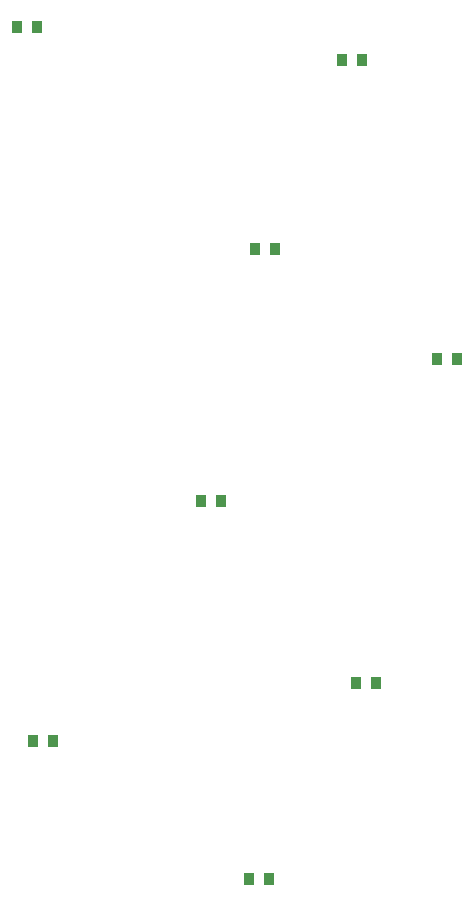
<source format=gtp>
G04 Layer: TopPasteMaskLayer*
G04 EasyEDA v6.4.7, 2020-11-14T12:43:57+01:00*
G04 ca67bbdea9ee427383f7cb57cdafcb35,58a91c2aa3f04fa292fc60144c522205,10*
G04 Gerber Generator version 0.2*
G04 Scale: 100 percent, Rotated: No, Reflected: No *
G04 Dimensions in millimeters *
G04 leading zeros omitted , absolute positions ,3 integer and 3 decimal *
%FSLAX33Y33*%
%MOMM*%
G90*
D02*

%ADD13R,0.899922X0.999998*%

%LPD*%
G54D13*
G01X29515Y18223D03*
G01X31215Y18223D03*
G01X9830Y90359D03*
G01X11530Y90359D03*
G01X30023Y71563D03*
G01X31723Y71563D03*
G01X37389Y87565D03*
G01X39089Y87565D03*
G01X45390Y62292D03*
G01X47090Y62292D03*
G01X38532Y34860D03*
G01X40232Y34860D03*
G01X11227Y29907D03*
G01X12927Y29907D03*
G01X25451Y50227D03*
G01X27151Y50227D03*
M00*
M02*

</source>
